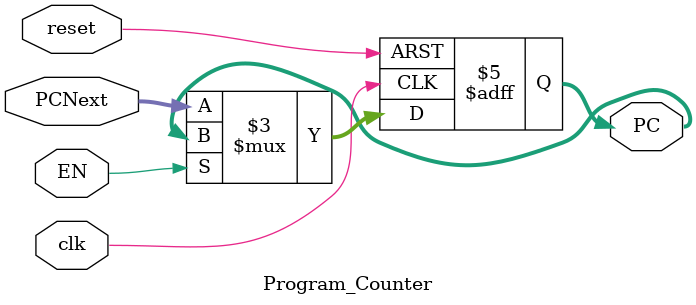
<source format=v>
`timescale 1ns / 1ps


module Program_Counter (
input clk,reset,EN,
input [32-1:0] PCNext,
output reg [32-1:0] PC
    );
    
    always @(posedge clk, posedge reset)
    begin
        if(reset)
            PC <= 32'b0;
        else if(EN)
            PC <= PC;
        else begin
            PC <= PCNext;
        end    
    end
    
endmodule

</source>
